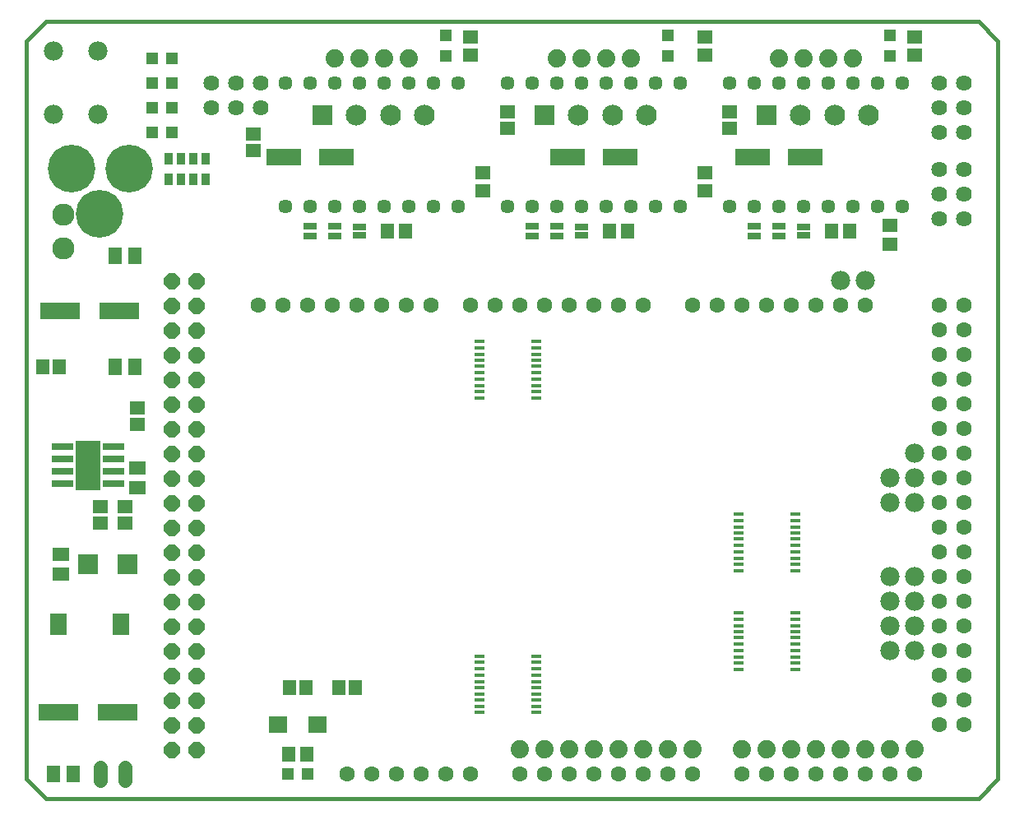
<source format=gts>
G75*
%MOIN*%
%OFA0B0*%
%FSLAX25Y25*%
%IPPOS*%
%LPD*%
%AMOC8*
5,1,8,0,0,1.08239X$1,22.5*
%
%ADD10C,0.01600*%
%ADD11C,0.06306*%
%ADD12R,0.05124X0.05124*%
%ADD13R,0.05518X0.06306*%
%ADD14C,0.07400*%
%ADD15C,0.05715*%
%ADD16C,0.06400*%
%ADD17R,0.06306X0.05518*%
%ADD18R,0.14180X0.06699*%
%ADD19C,0.19298*%
%ADD20R,0.08400X0.08400*%
%ADD21C,0.08400*%
%ADD22C,0.09000*%
%ADD23C,0.07800*%
%ADD24R,0.05400X0.02900*%
%ADD25OC8,0.06400*%
%ADD26R,0.03353X0.04731*%
%ADD27R,0.09061X0.02762*%
%ADD28R,0.10400X0.20400*%
%ADD29R,0.06699X0.05518*%
%ADD30R,0.05518X0.06699*%
%ADD31R,0.16148X0.06699*%
%ADD32R,0.06699X0.09061*%
%ADD33C,0.05800*%
%ADD34R,0.03937X0.01772*%
%ADD35R,0.07487X0.07093*%
%ADD36R,0.08274X0.08274*%
D10*
X0015300Y0009674D02*
X0023174Y0001800D01*
X0401127Y0001800D01*
X0409001Y0009674D01*
X0409001Y0308887D01*
X0401127Y0316761D01*
X0023174Y0316761D01*
X0015300Y0308887D01*
X0015300Y0308800D02*
X0015300Y0009800D01*
D11*
X0145300Y0011800D03*
X0155300Y0011800D03*
X0165300Y0011800D03*
X0175300Y0011800D03*
X0185300Y0011800D03*
X0195300Y0011800D03*
X0215300Y0011800D03*
X0225300Y0011800D03*
X0235300Y0011800D03*
X0245300Y0011800D03*
X0255300Y0011800D03*
X0265300Y0011800D03*
X0275300Y0011800D03*
X0285300Y0011800D03*
X0305300Y0011800D03*
X0315300Y0011800D03*
X0325300Y0011800D03*
X0335300Y0011800D03*
X0345300Y0011800D03*
X0355300Y0011800D03*
X0365300Y0011800D03*
X0375300Y0011800D03*
X0385300Y0031800D03*
X0395300Y0031800D03*
X0395300Y0041800D03*
X0385300Y0041800D03*
X0385300Y0051800D03*
X0395300Y0051800D03*
X0395300Y0061800D03*
X0385300Y0061800D03*
X0385300Y0071800D03*
X0395300Y0071800D03*
X0395300Y0081800D03*
X0385300Y0081800D03*
X0385300Y0091800D03*
X0395300Y0091800D03*
X0395300Y0101800D03*
X0385300Y0101800D03*
X0385300Y0111800D03*
X0395300Y0111800D03*
X0395300Y0121800D03*
X0385300Y0121800D03*
X0385300Y0131800D03*
X0395300Y0131800D03*
X0395300Y0141800D03*
X0385300Y0141800D03*
X0385300Y0151800D03*
X0395300Y0151800D03*
X0395300Y0161800D03*
X0385300Y0161800D03*
X0385300Y0171800D03*
X0395300Y0171800D03*
X0395300Y0181800D03*
X0385300Y0181800D03*
X0385300Y0191800D03*
X0395300Y0191800D03*
X0395300Y0201800D03*
X0385300Y0201800D03*
X0355300Y0201800D03*
X0345300Y0201800D03*
X0335300Y0201800D03*
X0325300Y0201800D03*
X0315300Y0201800D03*
X0305300Y0201800D03*
X0295300Y0201800D03*
X0285300Y0201800D03*
X0265300Y0201800D03*
X0255300Y0201800D03*
X0245300Y0201800D03*
X0235300Y0201800D03*
X0225300Y0201800D03*
X0215300Y0201800D03*
X0205300Y0201800D03*
X0195300Y0201800D03*
X0179300Y0201800D03*
X0169300Y0201800D03*
X0159300Y0201800D03*
X0149300Y0201800D03*
X0139300Y0201800D03*
X0129300Y0201800D03*
X0119300Y0201800D03*
X0109300Y0201800D03*
D12*
X0074434Y0271800D03*
X0066166Y0271800D03*
X0066166Y0281800D03*
X0074434Y0281800D03*
X0074434Y0291800D03*
X0066166Y0291800D03*
X0066166Y0301800D03*
X0074434Y0301800D03*
X0185300Y0302666D03*
X0185300Y0310934D03*
X0275300Y0310934D03*
X0275300Y0302666D03*
X0365300Y0302666D03*
X0365300Y0310934D03*
X0129434Y0011800D03*
X0121166Y0011800D03*
D13*
X0121560Y0019800D03*
X0129040Y0019800D03*
X0128646Y0046800D03*
X0121954Y0046800D03*
X0141954Y0046800D03*
X0148646Y0046800D03*
X0028646Y0176800D03*
X0021954Y0176800D03*
X0161560Y0231800D03*
X0169040Y0231800D03*
X0251560Y0231800D03*
X0259040Y0231800D03*
X0341560Y0231800D03*
X0349040Y0231800D03*
D14*
X0350300Y0301800D03*
X0340300Y0301800D03*
X0330300Y0301800D03*
X0320300Y0301800D03*
X0260300Y0301800D03*
X0250300Y0301800D03*
X0240300Y0301800D03*
X0230300Y0301800D03*
X0170300Y0301800D03*
X0160300Y0301800D03*
X0150300Y0301800D03*
X0140300Y0301800D03*
X0215300Y0021800D03*
X0225300Y0021800D03*
X0235300Y0021800D03*
X0245300Y0021800D03*
X0255300Y0021800D03*
X0265300Y0021800D03*
X0275300Y0021800D03*
X0285300Y0021800D03*
X0305300Y0021800D03*
X0315300Y0021800D03*
X0325300Y0021800D03*
X0335300Y0021800D03*
X0345300Y0021800D03*
X0355300Y0021800D03*
X0365300Y0021800D03*
X0375300Y0021800D03*
D15*
X0370300Y0241800D03*
X0360300Y0241800D03*
X0350300Y0241800D03*
X0340300Y0241800D03*
X0330300Y0241800D03*
X0320300Y0241800D03*
X0310300Y0241800D03*
X0300300Y0241800D03*
X0280300Y0241800D03*
X0270300Y0241800D03*
X0260300Y0241800D03*
X0250300Y0241800D03*
X0240300Y0241800D03*
X0230300Y0241800D03*
X0220300Y0241800D03*
X0210300Y0241800D03*
X0190300Y0241800D03*
X0180300Y0241800D03*
X0170300Y0241800D03*
X0160300Y0241800D03*
X0150300Y0241800D03*
X0140300Y0241800D03*
X0130300Y0241800D03*
X0120300Y0241800D03*
X0120300Y0291800D03*
X0130300Y0291800D03*
X0140300Y0291800D03*
X0150300Y0291800D03*
X0160300Y0291800D03*
X0170300Y0291800D03*
X0180300Y0291800D03*
X0190300Y0291800D03*
X0210300Y0291800D03*
X0220300Y0291800D03*
X0230300Y0291800D03*
X0240300Y0291800D03*
X0250300Y0291800D03*
X0260300Y0291800D03*
X0270300Y0291800D03*
X0280300Y0291800D03*
X0300300Y0291800D03*
X0310300Y0291800D03*
X0320300Y0291800D03*
X0330300Y0291800D03*
X0340300Y0291800D03*
X0350300Y0291800D03*
X0360300Y0291800D03*
X0370300Y0291800D03*
D16*
X0385300Y0291800D03*
X0395300Y0291800D03*
X0395300Y0281800D03*
X0385300Y0281800D03*
X0385300Y0271800D03*
X0395300Y0271800D03*
X0395300Y0256800D03*
X0385300Y0256800D03*
X0385300Y0246800D03*
X0395300Y0246800D03*
X0395300Y0236800D03*
X0385300Y0236800D03*
X0110300Y0281800D03*
X0100300Y0281800D03*
X0100300Y0291800D03*
X0110300Y0291800D03*
X0090300Y0291800D03*
X0090300Y0281800D03*
D17*
X0107300Y0271146D03*
X0107300Y0264454D03*
X0195300Y0303060D03*
X0195300Y0310540D03*
X0210300Y0280146D03*
X0210300Y0273454D03*
X0200300Y0255540D03*
X0200300Y0248060D03*
X0290300Y0248060D03*
X0290300Y0255540D03*
X0300300Y0273454D03*
X0300300Y0280146D03*
X0290300Y0303060D03*
X0290300Y0310540D03*
X0375300Y0310540D03*
X0375300Y0303060D03*
X0365300Y0234040D03*
X0365300Y0226560D03*
X0060300Y0160146D03*
X0060300Y0153454D03*
X0055300Y0120146D03*
X0055300Y0113454D03*
X0045300Y0113454D03*
X0045300Y0120146D03*
D18*
X0119670Y0261800D03*
X0140930Y0261800D03*
X0234670Y0261800D03*
X0255930Y0261800D03*
X0309670Y0261800D03*
X0330930Y0261800D03*
D19*
X0056875Y0257194D03*
X0033646Y0257194D03*
X0045064Y0238690D03*
D20*
X0135300Y0278800D03*
X0225300Y0278800D03*
X0315300Y0278800D03*
D21*
X0329080Y0278800D03*
X0342859Y0278800D03*
X0356639Y0278800D03*
X0266639Y0278800D03*
X0252859Y0278800D03*
X0239080Y0278800D03*
X0176639Y0278800D03*
X0162859Y0278800D03*
X0149080Y0278800D03*
D22*
X0030300Y0238493D03*
X0030300Y0224713D03*
D23*
X0026400Y0279000D03*
X0044200Y0279000D03*
X0044200Y0304600D03*
X0026400Y0304600D03*
X0345300Y0211800D03*
X0355300Y0211800D03*
X0375300Y0141800D03*
X0375300Y0131800D03*
X0375300Y0121800D03*
X0365300Y0121800D03*
X0365300Y0131800D03*
X0365300Y0091800D03*
X0365300Y0081800D03*
X0365300Y0071800D03*
X0365300Y0061800D03*
X0375300Y0061800D03*
X0375300Y0071800D03*
X0375300Y0081800D03*
X0375300Y0091800D03*
D24*
X0330300Y0230028D03*
X0330300Y0233572D03*
X0320300Y0233800D03*
X0320300Y0229800D03*
X0310300Y0229800D03*
X0310300Y0233800D03*
X0240300Y0233572D03*
X0240300Y0230028D03*
X0230300Y0229800D03*
X0230300Y0233800D03*
X0220300Y0233800D03*
X0220300Y0229800D03*
X0150300Y0230028D03*
X0150300Y0233572D03*
X0140300Y0233800D03*
X0140300Y0229800D03*
X0130300Y0229800D03*
X0130300Y0233800D03*
D25*
X0084158Y0211367D03*
X0074158Y0211367D03*
X0074158Y0201367D03*
X0084158Y0201367D03*
X0084158Y0191367D03*
X0074158Y0191367D03*
X0074158Y0181367D03*
X0074158Y0171367D03*
X0074158Y0161367D03*
X0074158Y0151367D03*
X0074158Y0141367D03*
X0074158Y0131367D03*
X0074158Y0121367D03*
X0084158Y0121367D03*
X0084158Y0131367D03*
X0084158Y0141367D03*
X0084158Y0151367D03*
X0084158Y0161367D03*
X0084158Y0171367D03*
X0084158Y0181367D03*
X0084158Y0111367D03*
X0074158Y0111367D03*
X0074158Y0101367D03*
X0074158Y0091367D03*
X0074158Y0081367D03*
X0074158Y0071367D03*
X0074158Y0061367D03*
X0074158Y0051367D03*
X0084158Y0051367D03*
X0084158Y0061367D03*
X0084158Y0071367D03*
X0084158Y0081367D03*
X0084158Y0091367D03*
X0084158Y0101367D03*
X0084158Y0041367D03*
X0074158Y0041367D03*
X0074158Y0031367D03*
X0074158Y0021367D03*
X0084158Y0021367D03*
X0084158Y0031367D03*
D26*
X0082800Y0252587D03*
X0077800Y0252587D03*
X0072800Y0252587D03*
X0072800Y0261013D03*
X0077800Y0261013D03*
X0082800Y0261013D03*
X0087800Y0261013D03*
X0087800Y0252587D03*
D27*
X0050536Y0144300D03*
X0050536Y0139300D03*
X0050536Y0134300D03*
X0050536Y0129300D03*
X0030064Y0129300D03*
X0030064Y0134300D03*
X0030064Y0139300D03*
X0030064Y0144300D03*
D28*
X0040300Y0136800D03*
D29*
X0060300Y0135737D03*
X0060300Y0127863D03*
X0029300Y0100737D03*
X0029300Y0092863D03*
D30*
X0026363Y0011800D03*
X0034237Y0011800D03*
X0051363Y0176800D03*
X0059237Y0176800D03*
X0059237Y0221800D03*
X0051363Y0221800D03*
D31*
X0052820Y0199438D03*
X0028804Y0199438D03*
X0028292Y0036800D03*
X0052308Y0036800D03*
D32*
X0053489Y0072312D03*
X0028292Y0072312D03*
D33*
X0045300Y0014500D02*
X0045300Y0009100D01*
X0055300Y0009100D02*
X0055300Y0014500D01*
D34*
X0198784Y0036623D03*
X0198784Y0039182D03*
X0198784Y0041741D03*
X0198784Y0044123D03*
X0198784Y0046682D03*
X0198784Y0049241D03*
X0198784Y0051800D03*
X0198784Y0054359D03*
X0198784Y0056918D03*
X0198784Y0059477D03*
X0221816Y0059477D03*
X0221816Y0056918D03*
X0221816Y0054359D03*
X0221816Y0051800D03*
X0221816Y0049241D03*
X0221816Y0046682D03*
X0221816Y0044123D03*
X0221816Y0041741D03*
X0221816Y0039182D03*
X0221816Y0036623D03*
X0303784Y0054123D03*
X0303784Y0056682D03*
X0303784Y0059241D03*
X0303784Y0061800D03*
X0303784Y0064359D03*
X0303784Y0066918D03*
X0303784Y0069477D03*
X0303784Y0071859D03*
X0303784Y0074418D03*
X0303784Y0076977D03*
X0303784Y0094123D03*
X0303784Y0096682D03*
X0303784Y0099241D03*
X0303784Y0101800D03*
X0303784Y0104359D03*
X0303784Y0106918D03*
X0303784Y0109477D03*
X0303784Y0111859D03*
X0303784Y0114418D03*
X0303784Y0116977D03*
X0326816Y0116977D03*
X0326816Y0114418D03*
X0326816Y0111859D03*
X0326816Y0109477D03*
X0326816Y0106918D03*
X0326816Y0104359D03*
X0326816Y0101800D03*
X0326816Y0099241D03*
X0326816Y0096682D03*
X0326816Y0094123D03*
X0326816Y0076977D03*
X0326816Y0074418D03*
X0326816Y0071859D03*
X0326816Y0069477D03*
X0326816Y0066918D03*
X0326816Y0064359D03*
X0326816Y0061800D03*
X0326816Y0059241D03*
X0326816Y0056682D03*
X0326816Y0054123D03*
X0221816Y0164123D03*
X0221816Y0166682D03*
X0221816Y0169241D03*
X0221816Y0171800D03*
X0221816Y0174359D03*
X0221816Y0176918D03*
X0221816Y0179477D03*
X0221816Y0181859D03*
X0221816Y0184418D03*
X0221816Y0186977D03*
X0198784Y0186977D03*
X0198784Y0184418D03*
X0198784Y0181859D03*
X0198784Y0179477D03*
X0198784Y0176918D03*
X0198784Y0174359D03*
X0198784Y0171800D03*
X0198784Y0169241D03*
X0198784Y0166682D03*
X0198784Y0164123D03*
D35*
X0133371Y0031800D03*
X0117229Y0031800D03*
D36*
X0056174Y0096800D03*
X0040426Y0096800D03*
M02*

</source>
